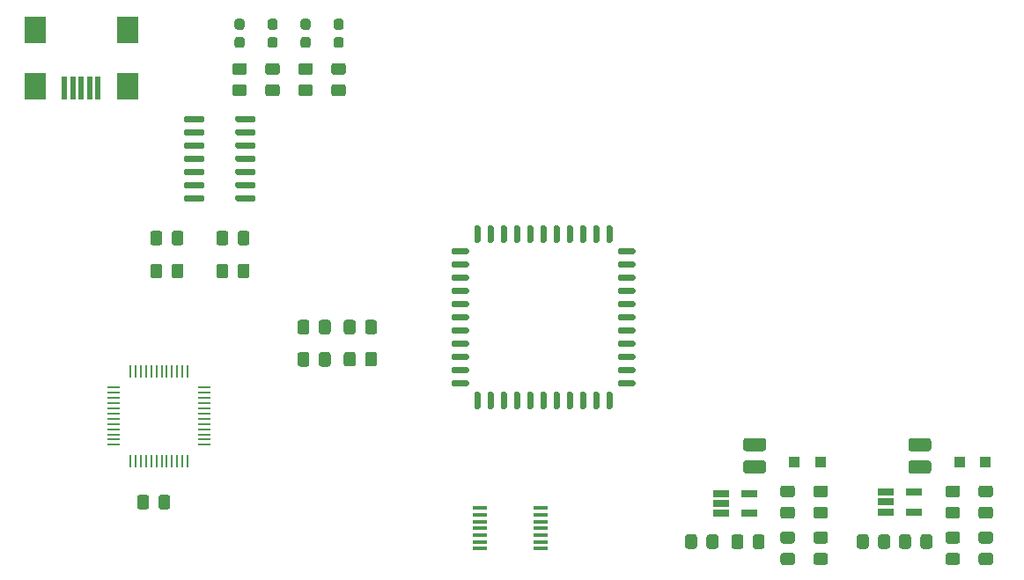
<source format=gbr>
%TF.GenerationSoftware,KiCad,Pcbnew,(5.1.7-0-10_14)*%
%TF.CreationDate,2021-01-27T15:42:45+08:00*%
%TF.ProjectId,BreadControl,42726561-6443-46f6-9e74-726f6c2e6b69,rev?*%
%TF.SameCoordinates,Original*%
%TF.FileFunction,Paste,Top*%
%TF.FilePolarity,Positive*%
%FSLAX46Y46*%
G04 Gerber Fmt 4.6, Leading zero omitted, Abs format (unit mm)*
G04 Created by KiCad (PCBNEW (5.1.7-0-10_14)) date 2021-01-27 15:42:45*
%MOMM*%
%LPD*%
G01*
G04 APERTURE LIST*
%ADD10R,2.000000X2.500000*%
%ADD11R,0.500000X2.250000*%
%ADD12R,1.450000X0.450000*%
%ADD13R,0.250000X1.300000*%
%ADD14R,1.300000X0.250000*%
%ADD15R,1.560000X0.650000*%
%ADD16R,1.000000X1.000000*%
G04 APERTURE END LIST*
D10*
%TO.C,J4*%
X43175000Y-35570000D03*
X52075000Y-35570000D03*
X52075000Y-30120000D03*
X43175000Y-30120000D03*
D11*
X46025000Y-35695000D03*
X46825000Y-35695000D03*
X47625000Y-35695000D03*
X48425000Y-35695000D03*
X49225000Y-35695000D03*
%TD*%
D12*
%TO.C,U4*%
X91850000Y-76155000D03*
X91850000Y-76805000D03*
X91850000Y-77455000D03*
X91850000Y-78105000D03*
X91850000Y-78755000D03*
X91850000Y-79405000D03*
X91850000Y-80055000D03*
X85950000Y-80055000D03*
X85950000Y-79405000D03*
X85950000Y-78755000D03*
X85950000Y-78105000D03*
X85950000Y-77455000D03*
X85950000Y-76805000D03*
X85950000Y-76155000D03*
%TD*%
D13*
%TO.C,U3*%
X52368000Y-62960000D03*
X52868000Y-62960000D03*
X53368000Y-62960000D03*
X53868000Y-62960000D03*
X54368000Y-62960000D03*
X54868000Y-62960000D03*
X55368000Y-62960000D03*
X55868000Y-62960000D03*
X56368000Y-62960000D03*
X56868000Y-62960000D03*
X57368000Y-62960000D03*
X57868000Y-62960000D03*
D14*
X59468000Y-64560000D03*
X59468000Y-65060000D03*
X59468000Y-65560000D03*
X59468000Y-66060000D03*
X59468000Y-66560000D03*
X59468000Y-67060000D03*
X59468000Y-67560000D03*
X59468000Y-68060000D03*
X59468000Y-68560000D03*
X59468000Y-69060000D03*
X59468000Y-69560000D03*
X59468000Y-70060000D03*
D13*
X57868000Y-71660000D03*
X57368000Y-71660000D03*
X56868000Y-71660000D03*
X56368000Y-71660000D03*
X55868000Y-71660000D03*
X55368000Y-71660000D03*
X54868000Y-71660000D03*
X54368000Y-71660000D03*
X53868000Y-71660000D03*
X53368000Y-71660000D03*
X52868000Y-71660000D03*
X52368000Y-71660000D03*
D14*
X50768000Y-70060000D03*
X50768000Y-69560000D03*
X50768000Y-69060000D03*
X50768000Y-68560000D03*
X50768000Y-68060000D03*
X50768000Y-67560000D03*
X50768000Y-67060000D03*
X50768000Y-66560000D03*
X50768000Y-66060000D03*
X50768000Y-65560000D03*
X50768000Y-65060000D03*
X50768000Y-64560000D03*
%TD*%
%TO.C,U2*%
G36*
G01*
X91105000Y-65085000D02*
X91105000Y-66485000D01*
G75*
G02*
X90955000Y-66635000I-150000J0D01*
G01*
X90655000Y-66635000D01*
G75*
G02*
X90505000Y-66485000I0J150000D01*
G01*
X90505000Y-65085000D01*
G75*
G02*
X90655000Y-64935000I150000J0D01*
G01*
X90955000Y-64935000D01*
G75*
G02*
X91105000Y-65085000I0J-150000D01*
G01*
G37*
G36*
G01*
X89835000Y-65085000D02*
X89835000Y-66485000D01*
G75*
G02*
X89685000Y-66635000I-150000J0D01*
G01*
X89385000Y-66635000D01*
G75*
G02*
X89235000Y-66485000I0J150000D01*
G01*
X89235000Y-65085000D01*
G75*
G02*
X89385000Y-64935000I150000J0D01*
G01*
X89685000Y-64935000D01*
G75*
G02*
X89835000Y-65085000I0J-150000D01*
G01*
G37*
G36*
G01*
X88565000Y-65085000D02*
X88565000Y-66485000D01*
G75*
G02*
X88415000Y-66635000I-150000J0D01*
G01*
X88115000Y-66635000D01*
G75*
G02*
X87965000Y-66485000I0J150000D01*
G01*
X87965000Y-65085000D01*
G75*
G02*
X88115000Y-64935000I150000J0D01*
G01*
X88415000Y-64935000D01*
G75*
G02*
X88565000Y-65085000I0J-150000D01*
G01*
G37*
G36*
G01*
X87295000Y-65085000D02*
X87295000Y-66485000D01*
G75*
G02*
X87145000Y-66635000I-150000J0D01*
G01*
X86845000Y-66635000D01*
G75*
G02*
X86695000Y-66485000I0J150000D01*
G01*
X86695000Y-65085000D01*
G75*
G02*
X86845000Y-64935000I150000J0D01*
G01*
X87145000Y-64935000D01*
G75*
G02*
X87295000Y-65085000I0J-150000D01*
G01*
G37*
G36*
G01*
X86025000Y-65085000D02*
X86025000Y-66485000D01*
G75*
G02*
X85875000Y-66635000I-150000J0D01*
G01*
X85575000Y-66635000D01*
G75*
G02*
X85425000Y-66485000I0J150000D01*
G01*
X85425000Y-65085000D01*
G75*
G02*
X85575000Y-64935000I150000J0D01*
G01*
X85875000Y-64935000D01*
G75*
G02*
X86025000Y-65085000I0J-150000D01*
G01*
G37*
G36*
G01*
X84925000Y-63985000D02*
X84925000Y-64285000D01*
G75*
G02*
X84775000Y-64435000I-150000J0D01*
G01*
X83375000Y-64435000D01*
G75*
G02*
X83225000Y-64285000I0J150000D01*
G01*
X83225000Y-63985000D01*
G75*
G02*
X83375000Y-63835000I150000J0D01*
G01*
X84775000Y-63835000D01*
G75*
G02*
X84925000Y-63985000I0J-150000D01*
G01*
G37*
G36*
G01*
X84925000Y-62715000D02*
X84925000Y-63015000D01*
G75*
G02*
X84775000Y-63165000I-150000J0D01*
G01*
X83375000Y-63165000D01*
G75*
G02*
X83225000Y-63015000I0J150000D01*
G01*
X83225000Y-62715000D01*
G75*
G02*
X83375000Y-62565000I150000J0D01*
G01*
X84775000Y-62565000D01*
G75*
G02*
X84925000Y-62715000I0J-150000D01*
G01*
G37*
G36*
G01*
X84925000Y-61445000D02*
X84925000Y-61745000D01*
G75*
G02*
X84775000Y-61895000I-150000J0D01*
G01*
X83375000Y-61895000D01*
G75*
G02*
X83225000Y-61745000I0J150000D01*
G01*
X83225000Y-61445000D01*
G75*
G02*
X83375000Y-61295000I150000J0D01*
G01*
X84775000Y-61295000D01*
G75*
G02*
X84925000Y-61445000I0J-150000D01*
G01*
G37*
G36*
G01*
X84925000Y-60175000D02*
X84925000Y-60475000D01*
G75*
G02*
X84775000Y-60625000I-150000J0D01*
G01*
X83375000Y-60625000D01*
G75*
G02*
X83225000Y-60475000I0J150000D01*
G01*
X83225000Y-60175000D01*
G75*
G02*
X83375000Y-60025000I150000J0D01*
G01*
X84775000Y-60025000D01*
G75*
G02*
X84925000Y-60175000I0J-150000D01*
G01*
G37*
G36*
G01*
X84925000Y-58905000D02*
X84925000Y-59205000D01*
G75*
G02*
X84775000Y-59355000I-150000J0D01*
G01*
X83375000Y-59355000D01*
G75*
G02*
X83225000Y-59205000I0J150000D01*
G01*
X83225000Y-58905000D01*
G75*
G02*
X83375000Y-58755000I150000J0D01*
G01*
X84775000Y-58755000D01*
G75*
G02*
X84925000Y-58905000I0J-150000D01*
G01*
G37*
G36*
G01*
X84925000Y-57635000D02*
X84925000Y-57935000D01*
G75*
G02*
X84775000Y-58085000I-150000J0D01*
G01*
X83375000Y-58085000D01*
G75*
G02*
X83225000Y-57935000I0J150000D01*
G01*
X83225000Y-57635000D01*
G75*
G02*
X83375000Y-57485000I150000J0D01*
G01*
X84775000Y-57485000D01*
G75*
G02*
X84925000Y-57635000I0J-150000D01*
G01*
G37*
G36*
G01*
X84925000Y-56365000D02*
X84925000Y-56665000D01*
G75*
G02*
X84775000Y-56815000I-150000J0D01*
G01*
X83375000Y-56815000D01*
G75*
G02*
X83225000Y-56665000I0J150000D01*
G01*
X83225000Y-56365000D01*
G75*
G02*
X83375000Y-56215000I150000J0D01*
G01*
X84775000Y-56215000D01*
G75*
G02*
X84925000Y-56365000I0J-150000D01*
G01*
G37*
G36*
G01*
X84925000Y-55095000D02*
X84925000Y-55395000D01*
G75*
G02*
X84775000Y-55545000I-150000J0D01*
G01*
X83375000Y-55545000D01*
G75*
G02*
X83225000Y-55395000I0J150000D01*
G01*
X83225000Y-55095000D01*
G75*
G02*
X83375000Y-54945000I150000J0D01*
G01*
X84775000Y-54945000D01*
G75*
G02*
X84925000Y-55095000I0J-150000D01*
G01*
G37*
G36*
G01*
X84925000Y-53825000D02*
X84925000Y-54125000D01*
G75*
G02*
X84775000Y-54275000I-150000J0D01*
G01*
X83375000Y-54275000D01*
G75*
G02*
X83225000Y-54125000I0J150000D01*
G01*
X83225000Y-53825000D01*
G75*
G02*
X83375000Y-53675000I150000J0D01*
G01*
X84775000Y-53675000D01*
G75*
G02*
X84925000Y-53825000I0J-150000D01*
G01*
G37*
G36*
G01*
X84925000Y-52555000D02*
X84925000Y-52855000D01*
G75*
G02*
X84775000Y-53005000I-150000J0D01*
G01*
X83375000Y-53005000D01*
G75*
G02*
X83225000Y-52855000I0J150000D01*
G01*
X83225000Y-52555000D01*
G75*
G02*
X83375000Y-52405000I150000J0D01*
G01*
X84775000Y-52405000D01*
G75*
G02*
X84925000Y-52555000I0J-150000D01*
G01*
G37*
G36*
G01*
X84925000Y-51285000D02*
X84925000Y-51585000D01*
G75*
G02*
X84775000Y-51735000I-150000J0D01*
G01*
X83375000Y-51735000D01*
G75*
G02*
X83225000Y-51585000I0J150000D01*
G01*
X83225000Y-51285000D01*
G75*
G02*
X83375000Y-51135000I150000J0D01*
G01*
X84775000Y-51135000D01*
G75*
G02*
X84925000Y-51285000I0J-150000D01*
G01*
G37*
G36*
G01*
X86025000Y-49085000D02*
X86025000Y-50485000D01*
G75*
G02*
X85875000Y-50635000I-150000J0D01*
G01*
X85575000Y-50635000D01*
G75*
G02*
X85425000Y-50485000I0J150000D01*
G01*
X85425000Y-49085000D01*
G75*
G02*
X85575000Y-48935000I150000J0D01*
G01*
X85875000Y-48935000D01*
G75*
G02*
X86025000Y-49085000I0J-150000D01*
G01*
G37*
G36*
G01*
X87295000Y-49085000D02*
X87295000Y-50485000D01*
G75*
G02*
X87145000Y-50635000I-150000J0D01*
G01*
X86845000Y-50635000D01*
G75*
G02*
X86695000Y-50485000I0J150000D01*
G01*
X86695000Y-49085000D01*
G75*
G02*
X86845000Y-48935000I150000J0D01*
G01*
X87145000Y-48935000D01*
G75*
G02*
X87295000Y-49085000I0J-150000D01*
G01*
G37*
G36*
G01*
X88565000Y-49085000D02*
X88565000Y-50485000D01*
G75*
G02*
X88415000Y-50635000I-150000J0D01*
G01*
X88115000Y-50635000D01*
G75*
G02*
X87965000Y-50485000I0J150000D01*
G01*
X87965000Y-49085000D01*
G75*
G02*
X88115000Y-48935000I150000J0D01*
G01*
X88415000Y-48935000D01*
G75*
G02*
X88565000Y-49085000I0J-150000D01*
G01*
G37*
G36*
G01*
X89835000Y-49085000D02*
X89835000Y-50485000D01*
G75*
G02*
X89685000Y-50635000I-150000J0D01*
G01*
X89385000Y-50635000D01*
G75*
G02*
X89235000Y-50485000I0J150000D01*
G01*
X89235000Y-49085000D01*
G75*
G02*
X89385000Y-48935000I150000J0D01*
G01*
X89685000Y-48935000D01*
G75*
G02*
X89835000Y-49085000I0J-150000D01*
G01*
G37*
G36*
G01*
X91105000Y-49085000D02*
X91105000Y-50485000D01*
G75*
G02*
X90955000Y-50635000I-150000J0D01*
G01*
X90655000Y-50635000D01*
G75*
G02*
X90505000Y-50485000I0J150000D01*
G01*
X90505000Y-49085000D01*
G75*
G02*
X90655000Y-48935000I150000J0D01*
G01*
X90955000Y-48935000D01*
G75*
G02*
X91105000Y-49085000I0J-150000D01*
G01*
G37*
G36*
G01*
X92375000Y-49085000D02*
X92375000Y-50485000D01*
G75*
G02*
X92225000Y-50635000I-150000J0D01*
G01*
X91925000Y-50635000D01*
G75*
G02*
X91775000Y-50485000I0J150000D01*
G01*
X91775000Y-49085000D01*
G75*
G02*
X91925000Y-48935000I150000J0D01*
G01*
X92225000Y-48935000D01*
G75*
G02*
X92375000Y-49085000I0J-150000D01*
G01*
G37*
G36*
G01*
X93645000Y-49085000D02*
X93645000Y-50485000D01*
G75*
G02*
X93495000Y-50635000I-150000J0D01*
G01*
X93195000Y-50635000D01*
G75*
G02*
X93045000Y-50485000I0J150000D01*
G01*
X93045000Y-49085000D01*
G75*
G02*
X93195000Y-48935000I150000J0D01*
G01*
X93495000Y-48935000D01*
G75*
G02*
X93645000Y-49085000I0J-150000D01*
G01*
G37*
G36*
G01*
X94915000Y-49085000D02*
X94915000Y-50485000D01*
G75*
G02*
X94765000Y-50635000I-150000J0D01*
G01*
X94465000Y-50635000D01*
G75*
G02*
X94315000Y-50485000I0J150000D01*
G01*
X94315000Y-49085000D01*
G75*
G02*
X94465000Y-48935000I150000J0D01*
G01*
X94765000Y-48935000D01*
G75*
G02*
X94915000Y-49085000I0J-150000D01*
G01*
G37*
G36*
G01*
X96185000Y-49085000D02*
X96185000Y-50485000D01*
G75*
G02*
X96035000Y-50635000I-150000J0D01*
G01*
X95735000Y-50635000D01*
G75*
G02*
X95585000Y-50485000I0J150000D01*
G01*
X95585000Y-49085000D01*
G75*
G02*
X95735000Y-48935000I150000J0D01*
G01*
X96035000Y-48935000D01*
G75*
G02*
X96185000Y-49085000I0J-150000D01*
G01*
G37*
G36*
G01*
X97455000Y-49085000D02*
X97455000Y-50485000D01*
G75*
G02*
X97305000Y-50635000I-150000J0D01*
G01*
X97005000Y-50635000D01*
G75*
G02*
X96855000Y-50485000I0J150000D01*
G01*
X96855000Y-49085000D01*
G75*
G02*
X97005000Y-48935000I150000J0D01*
G01*
X97305000Y-48935000D01*
G75*
G02*
X97455000Y-49085000I0J-150000D01*
G01*
G37*
G36*
G01*
X98725000Y-49085000D02*
X98725000Y-50485000D01*
G75*
G02*
X98575000Y-50635000I-150000J0D01*
G01*
X98275000Y-50635000D01*
G75*
G02*
X98125000Y-50485000I0J150000D01*
G01*
X98125000Y-49085000D01*
G75*
G02*
X98275000Y-48935000I150000J0D01*
G01*
X98575000Y-48935000D01*
G75*
G02*
X98725000Y-49085000I0J-150000D01*
G01*
G37*
G36*
G01*
X100925000Y-51285000D02*
X100925000Y-51585000D01*
G75*
G02*
X100775000Y-51735000I-150000J0D01*
G01*
X99375000Y-51735000D01*
G75*
G02*
X99225000Y-51585000I0J150000D01*
G01*
X99225000Y-51285000D01*
G75*
G02*
X99375000Y-51135000I150000J0D01*
G01*
X100775000Y-51135000D01*
G75*
G02*
X100925000Y-51285000I0J-150000D01*
G01*
G37*
G36*
G01*
X100925000Y-52555000D02*
X100925000Y-52855000D01*
G75*
G02*
X100775000Y-53005000I-150000J0D01*
G01*
X99375000Y-53005000D01*
G75*
G02*
X99225000Y-52855000I0J150000D01*
G01*
X99225000Y-52555000D01*
G75*
G02*
X99375000Y-52405000I150000J0D01*
G01*
X100775000Y-52405000D01*
G75*
G02*
X100925000Y-52555000I0J-150000D01*
G01*
G37*
G36*
G01*
X100925000Y-53825000D02*
X100925000Y-54125000D01*
G75*
G02*
X100775000Y-54275000I-150000J0D01*
G01*
X99375000Y-54275000D01*
G75*
G02*
X99225000Y-54125000I0J150000D01*
G01*
X99225000Y-53825000D01*
G75*
G02*
X99375000Y-53675000I150000J0D01*
G01*
X100775000Y-53675000D01*
G75*
G02*
X100925000Y-53825000I0J-150000D01*
G01*
G37*
G36*
G01*
X100925000Y-55095000D02*
X100925000Y-55395000D01*
G75*
G02*
X100775000Y-55545000I-150000J0D01*
G01*
X99375000Y-55545000D01*
G75*
G02*
X99225000Y-55395000I0J150000D01*
G01*
X99225000Y-55095000D01*
G75*
G02*
X99375000Y-54945000I150000J0D01*
G01*
X100775000Y-54945000D01*
G75*
G02*
X100925000Y-55095000I0J-150000D01*
G01*
G37*
G36*
G01*
X100925000Y-56365000D02*
X100925000Y-56665000D01*
G75*
G02*
X100775000Y-56815000I-150000J0D01*
G01*
X99375000Y-56815000D01*
G75*
G02*
X99225000Y-56665000I0J150000D01*
G01*
X99225000Y-56365000D01*
G75*
G02*
X99375000Y-56215000I150000J0D01*
G01*
X100775000Y-56215000D01*
G75*
G02*
X100925000Y-56365000I0J-150000D01*
G01*
G37*
G36*
G01*
X100925000Y-57635000D02*
X100925000Y-57935000D01*
G75*
G02*
X100775000Y-58085000I-150000J0D01*
G01*
X99375000Y-58085000D01*
G75*
G02*
X99225000Y-57935000I0J150000D01*
G01*
X99225000Y-57635000D01*
G75*
G02*
X99375000Y-57485000I150000J0D01*
G01*
X100775000Y-57485000D01*
G75*
G02*
X100925000Y-57635000I0J-150000D01*
G01*
G37*
G36*
G01*
X100925000Y-58905000D02*
X100925000Y-59205000D01*
G75*
G02*
X100775000Y-59355000I-150000J0D01*
G01*
X99375000Y-59355000D01*
G75*
G02*
X99225000Y-59205000I0J150000D01*
G01*
X99225000Y-58905000D01*
G75*
G02*
X99375000Y-58755000I150000J0D01*
G01*
X100775000Y-58755000D01*
G75*
G02*
X100925000Y-58905000I0J-150000D01*
G01*
G37*
G36*
G01*
X100925000Y-60175000D02*
X100925000Y-60475000D01*
G75*
G02*
X100775000Y-60625000I-150000J0D01*
G01*
X99375000Y-60625000D01*
G75*
G02*
X99225000Y-60475000I0J150000D01*
G01*
X99225000Y-60175000D01*
G75*
G02*
X99375000Y-60025000I150000J0D01*
G01*
X100775000Y-60025000D01*
G75*
G02*
X100925000Y-60175000I0J-150000D01*
G01*
G37*
G36*
G01*
X100925000Y-61445000D02*
X100925000Y-61745000D01*
G75*
G02*
X100775000Y-61895000I-150000J0D01*
G01*
X99375000Y-61895000D01*
G75*
G02*
X99225000Y-61745000I0J150000D01*
G01*
X99225000Y-61445000D01*
G75*
G02*
X99375000Y-61295000I150000J0D01*
G01*
X100775000Y-61295000D01*
G75*
G02*
X100925000Y-61445000I0J-150000D01*
G01*
G37*
G36*
G01*
X100925000Y-62715000D02*
X100925000Y-63015000D01*
G75*
G02*
X100775000Y-63165000I-150000J0D01*
G01*
X99375000Y-63165000D01*
G75*
G02*
X99225000Y-63015000I0J150000D01*
G01*
X99225000Y-62715000D01*
G75*
G02*
X99375000Y-62565000I150000J0D01*
G01*
X100775000Y-62565000D01*
G75*
G02*
X100925000Y-62715000I0J-150000D01*
G01*
G37*
G36*
G01*
X100925000Y-63985000D02*
X100925000Y-64285000D01*
G75*
G02*
X100775000Y-64435000I-150000J0D01*
G01*
X99375000Y-64435000D01*
G75*
G02*
X99225000Y-64285000I0J150000D01*
G01*
X99225000Y-63985000D01*
G75*
G02*
X99375000Y-63835000I150000J0D01*
G01*
X100775000Y-63835000D01*
G75*
G02*
X100925000Y-63985000I0J-150000D01*
G01*
G37*
G36*
G01*
X98725000Y-65085000D02*
X98725000Y-66485000D01*
G75*
G02*
X98575000Y-66635000I-150000J0D01*
G01*
X98275000Y-66635000D01*
G75*
G02*
X98125000Y-66485000I0J150000D01*
G01*
X98125000Y-65085000D01*
G75*
G02*
X98275000Y-64935000I150000J0D01*
G01*
X98575000Y-64935000D01*
G75*
G02*
X98725000Y-65085000I0J-150000D01*
G01*
G37*
G36*
G01*
X97455000Y-65085000D02*
X97455000Y-66485000D01*
G75*
G02*
X97305000Y-66635000I-150000J0D01*
G01*
X97005000Y-66635000D01*
G75*
G02*
X96855000Y-66485000I0J150000D01*
G01*
X96855000Y-65085000D01*
G75*
G02*
X97005000Y-64935000I150000J0D01*
G01*
X97305000Y-64935000D01*
G75*
G02*
X97455000Y-65085000I0J-150000D01*
G01*
G37*
G36*
G01*
X96185000Y-65085000D02*
X96185000Y-66485000D01*
G75*
G02*
X96035000Y-66635000I-150000J0D01*
G01*
X95735000Y-66635000D01*
G75*
G02*
X95585000Y-66485000I0J150000D01*
G01*
X95585000Y-65085000D01*
G75*
G02*
X95735000Y-64935000I150000J0D01*
G01*
X96035000Y-64935000D01*
G75*
G02*
X96185000Y-65085000I0J-150000D01*
G01*
G37*
G36*
G01*
X94915000Y-65085000D02*
X94915000Y-66485000D01*
G75*
G02*
X94765000Y-66635000I-150000J0D01*
G01*
X94465000Y-66635000D01*
G75*
G02*
X94315000Y-66485000I0J150000D01*
G01*
X94315000Y-65085000D01*
G75*
G02*
X94465000Y-64935000I150000J0D01*
G01*
X94765000Y-64935000D01*
G75*
G02*
X94915000Y-65085000I0J-150000D01*
G01*
G37*
G36*
G01*
X93645000Y-65085000D02*
X93645000Y-66485000D01*
G75*
G02*
X93495000Y-66635000I-150000J0D01*
G01*
X93195000Y-66635000D01*
G75*
G02*
X93045000Y-66485000I0J150000D01*
G01*
X93045000Y-65085000D01*
G75*
G02*
X93195000Y-64935000I150000J0D01*
G01*
X93495000Y-64935000D01*
G75*
G02*
X93645000Y-65085000I0J-150000D01*
G01*
G37*
G36*
G01*
X92375000Y-65085000D02*
X92375000Y-66485000D01*
G75*
G02*
X92225000Y-66635000I-150000J0D01*
G01*
X91925000Y-66635000D01*
G75*
G02*
X91775000Y-66485000I0J150000D01*
G01*
X91775000Y-65085000D01*
G75*
G02*
X91925000Y-64935000I150000J0D01*
G01*
X92225000Y-64935000D01*
G75*
G02*
X92375000Y-65085000I0J-150000D01*
G01*
G37*
%TD*%
%TO.C,U1*%
G36*
G01*
X59460000Y-46205000D02*
X59460000Y-46505000D01*
G75*
G02*
X59310000Y-46655000I-150000J0D01*
G01*
X57660000Y-46655000D01*
G75*
G02*
X57510000Y-46505000I0J150000D01*
G01*
X57510000Y-46205000D01*
G75*
G02*
X57660000Y-46055000I150000J0D01*
G01*
X59310000Y-46055000D01*
G75*
G02*
X59460000Y-46205000I0J-150000D01*
G01*
G37*
G36*
G01*
X59460000Y-44935000D02*
X59460000Y-45235000D01*
G75*
G02*
X59310000Y-45385000I-150000J0D01*
G01*
X57660000Y-45385000D01*
G75*
G02*
X57510000Y-45235000I0J150000D01*
G01*
X57510000Y-44935000D01*
G75*
G02*
X57660000Y-44785000I150000J0D01*
G01*
X59310000Y-44785000D01*
G75*
G02*
X59460000Y-44935000I0J-150000D01*
G01*
G37*
G36*
G01*
X59460000Y-43665000D02*
X59460000Y-43965000D01*
G75*
G02*
X59310000Y-44115000I-150000J0D01*
G01*
X57660000Y-44115000D01*
G75*
G02*
X57510000Y-43965000I0J150000D01*
G01*
X57510000Y-43665000D01*
G75*
G02*
X57660000Y-43515000I150000J0D01*
G01*
X59310000Y-43515000D01*
G75*
G02*
X59460000Y-43665000I0J-150000D01*
G01*
G37*
G36*
G01*
X59460000Y-42395000D02*
X59460000Y-42695000D01*
G75*
G02*
X59310000Y-42845000I-150000J0D01*
G01*
X57660000Y-42845000D01*
G75*
G02*
X57510000Y-42695000I0J150000D01*
G01*
X57510000Y-42395000D01*
G75*
G02*
X57660000Y-42245000I150000J0D01*
G01*
X59310000Y-42245000D01*
G75*
G02*
X59460000Y-42395000I0J-150000D01*
G01*
G37*
G36*
G01*
X59460000Y-41125000D02*
X59460000Y-41425000D01*
G75*
G02*
X59310000Y-41575000I-150000J0D01*
G01*
X57660000Y-41575000D01*
G75*
G02*
X57510000Y-41425000I0J150000D01*
G01*
X57510000Y-41125000D01*
G75*
G02*
X57660000Y-40975000I150000J0D01*
G01*
X59310000Y-40975000D01*
G75*
G02*
X59460000Y-41125000I0J-150000D01*
G01*
G37*
G36*
G01*
X59460000Y-39855000D02*
X59460000Y-40155000D01*
G75*
G02*
X59310000Y-40305000I-150000J0D01*
G01*
X57660000Y-40305000D01*
G75*
G02*
X57510000Y-40155000I0J150000D01*
G01*
X57510000Y-39855000D01*
G75*
G02*
X57660000Y-39705000I150000J0D01*
G01*
X59310000Y-39705000D01*
G75*
G02*
X59460000Y-39855000I0J-150000D01*
G01*
G37*
G36*
G01*
X59460000Y-38585000D02*
X59460000Y-38885000D01*
G75*
G02*
X59310000Y-39035000I-150000J0D01*
G01*
X57660000Y-39035000D01*
G75*
G02*
X57510000Y-38885000I0J150000D01*
G01*
X57510000Y-38585000D01*
G75*
G02*
X57660000Y-38435000I150000J0D01*
G01*
X59310000Y-38435000D01*
G75*
G02*
X59460000Y-38585000I0J-150000D01*
G01*
G37*
G36*
G01*
X64410000Y-38585000D02*
X64410000Y-38885000D01*
G75*
G02*
X64260000Y-39035000I-150000J0D01*
G01*
X62610000Y-39035000D01*
G75*
G02*
X62460000Y-38885000I0J150000D01*
G01*
X62460000Y-38585000D01*
G75*
G02*
X62610000Y-38435000I150000J0D01*
G01*
X64260000Y-38435000D01*
G75*
G02*
X64410000Y-38585000I0J-150000D01*
G01*
G37*
G36*
G01*
X64410000Y-39855000D02*
X64410000Y-40155000D01*
G75*
G02*
X64260000Y-40305000I-150000J0D01*
G01*
X62610000Y-40305000D01*
G75*
G02*
X62460000Y-40155000I0J150000D01*
G01*
X62460000Y-39855000D01*
G75*
G02*
X62610000Y-39705000I150000J0D01*
G01*
X64260000Y-39705000D01*
G75*
G02*
X64410000Y-39855000I0J-150000D01*
G01*
G37*
G36*
G01*
X64410000Y-41125000D02*
X64410000Y-41425000D01*
G75*
G02*
X64260000Y-41575000I-150000J0D01*
G01*
X62610000Y-41575000D01*
G75*
G02*
X62460000Y-41425000I0J150000D01*
G01*
X62460000Y-41125000D01*
G75*
G02*
X62610000Y-40975000I150000J0D01*
G01*
X64260000Y-40975000D01*
G75*
G02*
X64410000Y-41125000I0J-150000D01*
G01*
G37*
G36*
G01*
X64410000Y-42395000D02*
X64410000Y-42695000D01*
G75*
G02*
X64260000Y-42845000I-150000J0D01*
G01*
X62610000Y-42845000D01*
G75*
G02*
X62460000Y-42695000I0J150000D01*
G01*
X62460000Y-42395000D01*
G75*
G02*
X62610000Y-42245000I150000J0D01*
G01*
X64260000Y-42245000D01*
G75*
G02*
X64410000Y-42395000I0J-150000D01*
G01*
G37*
G36*
G01*
X64410000Y-43665000D02*
X64410000Y-43965000D01*
G75*
G02*
X64260000Y-44115000I-150000J0D01*
G01*
X62610000Y-44115000D01*
G75*
G02*
X62460000Y-43965000I0J150000D01*
G01*
X62460000Y-43665000D01*
G75*
G02*
X62610000Y-43515000I150000J0D01*
G01*
X64260000Y-43515000D01*
G75*
G02*
X64410000Y-43665000I0J-150000D01*
G01*
G37*
G36*
G01*
X64410000Y-44935000D02*
X64410000Y-45235000D01*
G75*
G02*
X64260000Y-45385000I-150000J0D01*
G01*
X62610000Y-45385000D01*
G75*
G02*
X62460000Y-45235000I0J150000D01*
G01*
X62460000Y-44935000D01*
G75*
G02*
X62610000Y-44785000I150000J0D01*
G01*
X64260000Y-44785000D01*
G75*
G02*
X64410000Y-44935000I0J-150000D01*
G01*
G37*
G36*
G01*
X64410000Y-46205000D02*
X64410000Y-46505000D01*
G75*
G02*
X64260000Y-46655000I-150000J0D01*
G01*
X62610000Y-46655000D01*
G75*
G02*
X62460000Y-46505000I0J150000D01*
G01*
X62460000Y-46205000D01*
G75*
G02*
X62610000Y-46055000I150000J0D01*
G01*
X64260000Y-46055000D01*
G75*
G02*
X64410000Y-46205000I0J-150000D01*
G01*
G37*
%TD*%
%TO.C,R23*%
G36*
G01*
X128330000Y-79825001D02*
X128330000Y-78924999D01*
G75*
G02*
X128579999Y-78675000I249999J0D01*
G01*
X129230001Y-78675000D01*
G75*
G02*
X129480000Y-78924999I0J-249999D01*
G01*
X129480000Y-79825001D01*
G75*
G02*
X129230001Y-80075000I-249999J0D01*
G01*
X128579999Y-80075000D01*
G75*
G02*
X128330000Y-79825001I0J249999D01*
G01*
G37*
G36*
G01*
X126280000Y-79825001D02*
X126280000Y-78924999D01*
G75*
G02*
X126529999Y-78675000I249999J0D01*
G01*
X127180001Y-78675000D01*
G75*
G02*
X127430000Y-78924999I0J-249999D01*
G01*
X127430000Y-79825001D01*
G75*
G02*
X127180001Y-80075000I-249999J0D01*
G01*
X126529999Y-80075000D01*
G75*
G02*
X126280000Y-79825001I0J249999D01*
G01*
G37*
%TD*%
%TO.C,R22*%
G36*
G01*
X135070001Y-79560000D02*
X134169999Y-79560000D01*
G75*
G02*
X133920000Y-79310001I0J249999D01*
G01*
X133920000Y-78659999D01*
G75*
G02*
X134169999Y-78410000I249999J0D01*
G01*
X135070001Y-78410000D01*
G75*
G02*
X135320000Y-78659999I0J-249999D01*
G01*
X135320000Y-79310001D01*
G75*
G02*
X135070001Y-79560000I-249999J0D01*
G01*
G37*
G36*
G01*
X135070001Y-81610000D02*
X134169999Y-81610000D01*
G75*
G02*
X133920000Y-81360001I0J249999D01*
G01*
X133920000Y-80709999D01*
G75*
G02*
X134169999Y-80460000I249999J0D01*
G01*
X135070001Y-80460000D01*
G75*
G02*
X135320000Y-80709999I0J-249999D01*
G01*
X135320000Y-81360001D01*
G75*
G02*
X135070001Y-81610000I-249999J0D01*
G01*
G37*
%TD*%
%TO.C,R21*%
G36*
G01*
X124275000Y-79825001D02*
X124275000Y-78924999D01*
G75*
G02*
X124524999Y-78675000I249999J0D01*
G01*
X125175001Y-78675000D01*
G75*
G02*
X125425000Y-78924999I0J-249999D01*
G01*
X125425000Y-79825001D01*
G75*
G02*
X125175001Y-80075000I-249999J0D01*
G01*
X124524999Y-80075000D01*
G75*
G02*
X124275000Y-79825001I0J249999D01*
G01*
G37*
G36*
G01*
X122225000Y-79825001D02*
X122225000Y-78924999D01*
G75*
G02*
X122474999Y-78675000I249999J0D01*
G01*
X123125001Y-78675000D01*
G75*
G02*
X123375000Y-78924999I0J-249999D01*
G01*
X123375000Y-79825001D01*
G75*
G02*
X123125001Y-80075000I-249999J0D01*
G01*
X122474999Y-80075000D01*
G75*
G02*
X122225000Y-79825001I0J249999D01*
G01*
G37*
%TD*%
%TO.C,R20*%
G36*
G01*
X130994999Y-80460000D02*
X131895001Y-80460000D01*
G75*
G02*
X132145000Y-80709999I0J-249999D01*
G01*
X132145000Y-81360001D01*
G75*
G02*
X131895001Y-81610000I-249999J0D01*
G01*
X130994999Y-81610000D01*
G75*
G02*
X130745000Y-81360001I0J249999D01*
G01*
X130745000Y-80709999D01*
G75*
G02*
X130994999Y-80460000I249999J0D01*
G01*
G37*
G36*
G01*
X130994999Y-78410000D02*
X131895001Y-78410000D01*
G75*
G02*
X132145000Y-78659999I0J-249999D01*
G01*
X132145000Y-79310001D01*
G75*
G02*
X131895001Y-79560000I-249999J0D01*
G01*
X130994999Y-79560000D01*
G75*
G02*
X130745000Y-79310001I0J249999D01*
G01*
X130745000Y-78659999D01*
G75*
G02*
X130994999Y-78410000I249999J0D01*
G01*
G37*
%TD*%
%TO.C,R19*%
G36*
G01*
X69579799Y-58290438D02*
X69579799Y-59190440D01*
G75*
G02*
X69329800Y-59440439I-249999J0D01*
G01*
X68679798Y-59440439D01*
G75*
G02*
X68429799Y-59190440I0J249999D01*
G01*
X68429799Y-58290438D01*
G75*
G02*
X68679798Y-58040439I249999J0D01*
G01*
X69329800Y-58040439D01*
G75*
G02*
X69579799Y-58290438I0J-249999D01*
G01*
G37*
G36*
G01*
X71629799Y-58290438D02*
X71629799Y-59190440D01*
G75*
G02*
X71379800Y-59440439I-249999J0D01*
G01*
X70729798Y-59440439D01*
G75*
G02*
X70479799Y-59190440I0J249999D01*
G01*
X70479799Y-58290438D01*
G75*
G02*
X70729798Y-58040439I249999J0D01*
G01*
X71379800Y-58040439D01*
G75*
G02*
X71629799Y-58290438I0J-249999D01*
G01*
G37*
%TD*%
%TO.C,R18*%
G36*
G01*
X69577800Y-61386299D02*
X69577800Y-62286301D01*
G75*
G02*
X69327801Y-62536300I-249999J0D01*
G01*
X68677799Y-62536300D01*
G75*
G02*
X68427800Y-62286301I0J249999D01*
G01*
X68427800Y-61386299D01*
G75*
G02*
X68677799Y-61136300I249999J0D01*
G01*
X69327801Y-61136300D01*
G75*
G02*
X69577800Y-61386299I0J-249999D01*
G01*
G37*
G36*
G01*
X71627800Y-61386299D02*
X71627800Y-62286301D01*
G75*
G02*
X71377801Y-62536300I-249999J0D01*
G01*
X70727799Y-62536300D01*
G75*
G02*
X70477800Y-62286301I0J249999D01*
G01*
X70477800Y-61386299D01*
G75*
G02*
X70727799Y-61136300I249999J0D01*
G01*
X71377801Y-61136300D01*
G75*
G02*
X71627800Y-61386299I0J-249999D01*
G01*
G37*
%TD*%
%TO.C,R17*%
G36*
G01*
X74035500Y-58287499D02*
X74035500Y-59187501D01*
G75*
G02*
X73785501Y-59437500I-249999J0D01*
G01*
X73135499Y-59437500D01*
G75*
G02*
X72885500Y-59187501I0J249999D01*
G01*
X72885500Y-58287499D01*
G75*
G02*
X73135499Y-58037500I249999J0D01*
G01*
X73785501Y-58037500D01*
G75*
G02*
X74035500Y-58287499I0J-249999D01*
G01*
G37*
G36*
G01*
X76085500Y-58287499D02*
X76085500Y-59187501D01*
G75*
G02*
X75835501Y-59437500I-249999J0D01*
G01*
X75185499Y-59437500D01*
G75*
G02*
X74935500Y-59187501I0J249999D01*
G01*
X74935500Y-58287499D01*
G75*
G02*
X75185499Y-58037500I249999J0D01*
G01*
X75835501Y-58037500D01*
G75*
G02*
X76085500Y-58287499I0J-249999D01*
G01*
G37*
%TD*%
%TO.C,R16*%
G36*
G01*
X74035500Y-61373599D02*
X74035500Y-62273601D01*
G75*
G02*
X73785501Y-62523600I-249999J0D01*
G01*
X73135499Y-62523600D01*
G75*
G02*
X72885500Y-62273601I0J249999D01*
G01*
X72885500Y-61373599D01*
G75*
G02*
X73135499Y-61123600I249999J0D01*
G01*
X73785501Y-61123600D01*
G75*
G02*
X74035500Y-61373599I0J-249999D01*
G01*
G37*
G36*
G01*
X76085500Y-61373599D02*
X76085500Y-62273601D01*
G75*
G02*
X75835501Y-62523600I-249999J0D01*
G01*
X75185499Y-62523600D01*
G75*
G02*
X74935500Y-62273601I0J249999D01*
G01*
X74935500Y-61373599D01*
G75*
G02*
X75185499Y-61123600I249999J0D01*
G01*
X75835501Y-61123600D01*
G75*
G02*
X76085500Y-61373599I0J-249999D01*
G01*
G37*
%TD*%
%TO.C,R15*%
G36*
G01*
X112210000Y-79825001D02*
X112210000Y-78924999D01*
G75*
G02*
X112459999Y-78675000I249999J0D01*
G01*
X113110001Y-78675000D01*
G75*
G02*
X113360000Y-78924999I0J-249999D01*
G01*
X113360000Y-79825001D01*
G75*
G02*
X113110001Y-80075000I-249999J0D01*
G01*
X112459999Y-80075000D01*
G75*
G02*
X112210000Y-79825001I0J249999D01*
G01*
G37*
G36*
G01*
X110160000Y-79825001D02*
X110160000Y-78924999D01*
G75*
G02*
X110409999Y-78675000I249999J0D01*
G01*
X111060001Y-78675000D01*
G75*
G02*
X111310000Y-78924999I0J-249999D01*
G01*
X111310000Y-79825001D01*
G75*
G02*
X111060001Y-80075000I-249999J0D01*
G01*
X110409999Y-80075000D01*
G75*
G02*
X110160000Y-79825001I0J249999D01*
G01*
G37*
%TD*%
%TO.C,R14*%
G36*
G01*
X119195001Y-79560000D02*
X118294999Y-79560000D01*
G75*
G02*
X118045000Y-79310001I0J249999D01*
G01*
X118045000Y-78659999D01*
G75*
G02*
X118294999Y-78410000I249999J0D01*
G01*
X119195001Y-78410000D01*
G75*
G02*
X119445000Y-78659999I0J-249999D01*
G01*
X119445000Y-79310001D01*
G75*
G02*
X119195001Y-79560000I-249999J0D01*
G01*
G37*
G36*
G01*
X119195001Y-81610000D02*
X118294999Y-81610000D01*
G75*
G02*
X118045000Y-81360001I0J249999D01*
G01*
X118045000Y-80709999D01*
G75*
G02*
X118294999Y-80460000I249999J0D01*
G01*
X119195001Y-80460000D01*
G75*
G02*
X119445000Y-80709999I0J-249999D01*
G01*
X119445000Y-81360001D01*
G75*
G02*
X119195001Y-81610000I-249999J0D01*
G01*
G37*
%TD*%
%TO.C,R13*%
G36*
G01*
X107765000Y-79825001D02*
X107765000Y-78924999D01*
G75*
G02*
X108014999Y-78675000I249999J0D01*
G01*
X108665001Y-78675000D01*
G75*
G02*
X108915000Y-78924999I0J-249999D01*
G01*
X108915000Y-79825001D01*
G75*
G02*
X108665001Y-80075000I-249999J0D01*
G01*
X108014999Y-80075000D01*
G75*
G02*
X107765000Y-79825001I0J249999D01*
G01*
G37*
G36*
G01*
X105715000Y-79825001D02*
X105715000Y-78924999D01*
G75*
G02*
X105964999Y-78675000I249999J0D01*
G01*
X106615001Y-78675000D01*
G75*
G02*
X106865000Y-78924999I0J-249999D01*
G01*
X106865000Y-79825001D01*
G75*
G02*
X106615001Y-80075000I-249999J0D01*
G01*
X105964999Y-80075000D01*
G75*
G02*
X105715000Y-79825001I0J249999D01*
G01*
G37*
%TD*%
%TO.C,R12*%
G36*
G01*
X115119999Y-80460000D02*
X116020001Y-80460000D01*
G75*
G02*
X116270000Y-80709999I0J-249999D01*
G01*
X116270000Y-81360001D01*
G75*
G02*
X116020001Y-81610000I-249999J0D01*
G01*
X115119999Y-81610000D01*
G75*
G02*
X114870000Y-81360001I0J249999D01*
G01*
X114870000Y-80709999D01*
G75*
G02*
X115119999Y-80460000I249999J0D01*
G01*
G37*
G36*
G01*
X115119999Y-78410000D02*
X116020001Y-78410000D01*
G75*
G02*
X116270000Y-78659999I0J-249999D01*
G01*
X116270000Y-79310001D01*
G75*
G02*
X116020001Y-79560000I-249999J0D01*
G01*
X115119999Y-79560000D01*
G75*
G02*
X114870000Y-79310001I0J249999D01*
G01*
X114870000Y-78659999D01*
G75*
G02*
X115119999Y-78410000I249999J0D01*
G01*
G37*
%TD*%
%TO.C,R11*%
G36*
G01*
X72840001Y-34475000D02*
X71939999Y-34475000D01*
G75*
G02*
X71690000Y-34225001I0J249999D01*
G01*
X71690000Y-33574999D01*
G75*
G02*
X71939999Y-33325000I249999J0D01*
G01*
X72840001Y-33325000D01*
G75*
G02*
X73090000Y-33574999I0J-249999D01*
G01*
X73090000Y-34225001D01*
G75*
G02*
X72840001Y-34475000I-249999J0D01*
G01*
G37*
G36*
G01*
X72840001Y-36525000D02*
X71939999Y-36525000D01*
G75*
G02*
X71690000Y-36275001I0J249999D01*
G01*
X71690000Y-35624999D01*
G75*
G02*
X71939999Y-35375000I249999J0D01*
G01*
X72840001Y-35375000D01*
G75*
G02*
X73090000Y-35624999I0J-249999D01*
G01*
X73090000Y-36275001D01*
G75*
G02*
X72840001Y-36525000I-249999J0D01*
G01*
G37*
%TD*%
%TO.C,C7*%
G36*
G01*
X55060000Y-76015001D02*
X55060000Y-75114999D01*
G75*
G02*
X55309999Y-74865000I249999J0D01*
G01*
X55960001Y-74865000D01*
G75*
G02*
X56210000Y-75114999I0J-249999D01*
G01*
X56210000Y-76015001D01*
G75*
G02*
X55960001Y-76265000I-249999J0D01*
G01*
X55309999Y-76265000D01*
G75*
G02*
X55060000Y-76015001I0J249999D01*
G01*
G37*
G36*
G01*
X53010000Y-76015001D02*
X53010000Y-75114999D01*
G75*
G02*
X53259999Y-74865000I249999J0D01*
G01*
X53910001Y-74865000D01*
G75*
G02*
X54160000Y-75114999I0J-249999D01*
G01*
X54160000Y-76015001D01*
G75*
G02*
X53910001Y-76265000I-249999J0D01*
G01*
X53259999Y-76265000D01*
G75*
G02*
X53010000Y-76015001I0J249999D01*
G01*
G37*
%TD*%
%TO.C,C6*%
G36*
G01*
X55430000Y-49714999D02*
X55430000Y-50615001D01*
G75*
G02*
X55180001Y-50865000I-249999J0D01*
G01*
X54529999Y-50865000D01*
G75*
G02*
X54280000Y-50615001I0J249999D01*
G01*
X54280000Y-49714999D01*
G75*
G02*
X54529999Y-49465000I249999J0D01*
G01*
X55180001Y-49465000D01*
G75*
G02*
X55430000Y-49714999I0J-249999D01*
G01*
G37*
G36*
G01*
X57480000Y-49714999D02*
X57480000Y-50615001D01*
G75*
G02*
X57230001Y-50865000I-249999J0D01*
G01*
X56579999Y-50865000D01*
G75*
G02*
X56330000Y-50615001I0J249999D01*
G01*
X56330000Y-49714999D01*
G75*
G02*
X56579999Y-49465000I249999J0D01*
G01*
X57230001Y-49465000D01*
G75*
G02*
X57480000Y-49714999I0J-249999D01*
G01*
G37*
%TD*%
%TO.C,R5*%
G36*
G01*
X69665001Y-34475000D02*
X68764999Y-34475000D01*
G75*
G02*
X68515000Y-34225001I0J249999D01*
G01*
X68515000Y-33574999D01*
G75*
G02*
X68764999Y-33325000I249999J0D01*
G01*
X69665001Y-33325000D01*
G75*
G02*
X69915000Y-33574999I0J-249999D01*
G01*
X69915000Y-34225001D01*
G75*
G02*
X69665001Y-34475000I-249999J0D01*
G01*
G37*
G36*
G01*
X69665001Y-36525000D02*
X68764999Y-36525000D01*
G75*
G02*
X68515000Y-36275001I0J249999D01*
G01*
X68515000Y-35624999D01*
G75*
G02*
X68764999Y-35375000I249999J0D01*
G01*
X69665001Y-35375000D01*
G75*
G02*
X69915000Y-35624999I0J-249999D01*
G01*
X69915000Y-36275001D01*
G75*
G02*
X69665001Y-36525000I-249999J0D01*
G01*
G37*
%TD*%
%TO.C,R4*%
G36*
G01*
X61780000Y-49714999D02*
X61780000Y-50615001D01*
G75*
G02*
X61530001Y-50865000I-249999J0D01*
G01*
X60879999Y-50865000D01*
G75*
G02*
X60630000Y-50615001I0J249999D01*
G01*
X60630000Y-49714999D01*
G75*
G02*
X60879999Y-49465000I249999J0D01*
G01*
X61530001Y-49465000D01*
G75*
G02*
X61780000Y-49714999I0J-249999D01*
G01*
G37*
G36*
G01*
X63830000Y-49714999D02*
X63830000Y-50615001D01*
G75*
G02*
X63580001Y-50865000I-249999J0D01*
G01*
X62929999Y-50865000D01*
G75*
G02*
X62680000Y-50615001I0J249999D01*
G01*
X62680000Y-49714999D01*
G75*
G02*
X62929999Y-49465000I249999J0D01*
G01*
X63580001Y-49465000D01*
G75*
G02*
X63830000Y-49714999I0J-249999D01*
G01*
G37*
%TD*%
%TO.C,R3*%
G36*
G01*
X61780000Y-52889999D02*
X61780000Y-53790001D01*
G75*
G02*
X61530001Y-54040000I-249999J0D01*
G01*
X60879999Y-54040000D01*
G75*
G02*
X60630000Y-53790001I0J249999D01*
G01*
X60630000Y-52889999D01*
G75*
G02*
X60879999Y-52640000I249999J0D01*
G01*
X61530001Y-52640000D01*
G75*
G02*
X61780000Y-52889999I0J-249999D01*
G01*
G37*
G36*
G01*
X63830000Y-52889999D02*
X63830000Y-53790001D01*
G75*
G02*
X63580001Y-54040000I-249999J0D01*
G01*
X62929999Y-54040000D01*
G75*
G02*
X62680000Y-53790001I0J249999D01*
G01*
X62680000Y-52889999D01*
G75*
G02*
X62929999Y-52640000I249999J0D01*
G01*
X63580001Y-52640000D01*
G75*
G02*
X63830000Y-52889999I0J-249999D01*
G01*
G37*
%TD*%
%TO.C,R2*%
G36*
G01*
X66490001Y-34475000D02*
X65589999Y-34475000D01*
G75*
G02*
X65340000Y-34225001I0J249999D01*
G01*
X65340000Y-33574999D01*
G75*
G02*
X65589999Y-33325000I249999J0D01*
G01*
X66490001Y-33325000D01*
G75*
G02*
X66740000Y-33574999I0J-249999D01*
G01*
X66740000Y-34225001D01*
G75*
G02*
X66490001Y-34475000I-249999J0D01*
G01*
G37*
G36*
G01*
X66490001Y-36525000D02*
X65589999Y-36525000D01*
G75*
G02*
X65340000Y-36275001I0J249999D01*
G01*
X65340000Y-35624999D01*
G75*
G02*
X65589999Y-35375000I249999J0D01*
G01*
X66490001Y-35375000D01*
G75*
G02*
X66740000Y-35624999I0J-249999D01*
G01*
X66740000Y-36275001D01*
G75*
G02*
X66490001Y-36525000I-249999J0D01*
G01*
G37*
%TD*%
%TO.C,R1*%
G36*
G01*
X63315001Y-34475000D02*
X62414999Y-34475000D01*
G75*
G02*
X62165000Y-34225001I0J249999D01*
G01*
X62165000Y-33574999D01*
G75*
G02*
X62414999Y-33325000I249999J0D01*
G01*
X63315001Y-33325000D01*
G75*
G02*
X63565000Y-33574999I0J-249999D01*
G01*
X63565000Y-34225001D01*
G75*
G02*
X63315001Y-34475000I-249999J0D01*
G01*
G37*
G36*
G01*
X63315001Y-36525000D02*
X62414999Y-36525000D01*
G75*
G02*
X62165000Y-36275001I0J249999D01*
G01*
X62165000Y-35624999D01*
G75*
G02*
X62414999Y-35375000I249999J0D01*
G01*
X63315001Y-35375000D01*
G75*
G02*
X63565000Y-35624999I0J-249999D01*
G01*
X63565000Y-36275001D01*
G75*
G02*
X63315001Y-36525000I-249999J0D01*
G01*
G37*
%TD*%
D15*
%TO.C,M2*%
X127715000Y-74615000D03*
X127715000Y-76515000D03*
X125015000Y-76515000D03*
X125015000Y-75565000D03*
X125015000Y-74615000D03*
%TD*%
%TO.C,M1*%
X111840000Y-74742000D03*
X111840000Y-76642000D03*
X109140000Y-76642000D03*
X109140000Y-75692000D03*
X109140000Y-74742000D03*
%TD*%
%TO.C,L2*%
G36*
G01*
X129120000Y-70670000D02*
X127420000Y-70670000D01*
G75*
G02*
X127170000Y-70420000I0J250000D01*
G01*
X127170000Y-69670000D01*
G75*
G02*
X127420000Y-69420000I250000J0D01*
G01*
X129120000Y-69420000D01*
G75*
G02*
X129370000Y-69670000I0J-250000D01*
G01*
X129370000Y-70420000D01*
G75*
G02*
X129120000Y-70670000I-250000J0D01*
G01*
G37*
G36*
G01*
X129120000Y-72820000D02*
X127420000Y-72820000D01*
G75*
G02*
X127170000Y-72570000I0J250000D01*
G01*
X127170000Y-71820000D01*
G75*
G02*
X127420000Y-71570000I250000J0D01*
G01*
X129120000Y-71570000D01*
G75*
G02*
X129370000Y-71820000I0J-250000D01*
G01*
X129370000Y-72570000D01*
G75*
G02*
X129120000Y-72820000I-250000J0D01*
G01*
G37*
%TD*%
%TO.C,L1*%
G36*
G01*
X113245000Y-70670000D02*
X111545000Y-70670000D01*
G75*
G02*
X111295000Y-70420000I0J250000D01*
G01*
X111295000Y-69670000D01*
G75*
G02*
X111545000Y-69420000I250000J0D01*
G01*
X113245000Y-69420000D01*
G75*
G02*
X113495000Y-69670000I0J-250000D01*
G01*
X113495000Y-70420000D01*
G75*
G02*
X113245000Y-70670000I-250000J0D01*
G01*
G37*
G36*
G01*
X113245000Y-72820000D02*
X111545000Y-72820000D01*
G75*
G02*
X111295000Y-72570000I0J250000D01*
G01*
X111295000Y-71820000D01*
G75*
G02*
X111545000Y-71570000I250000J0D01*
G01*
X113245000Y-71570000D01*
G75*
G02*
X113495000Y-71820000I0J-250000D01*
G01*
X113495000Y-72570000D01*
G75*
G02*
X113245000Y-72820000I-250000J0D01*
G01*
G37*
%TD*%
D16*
%TO.C,D6*%
X132100000Y-71755000D03*
X134600000Y-71755000D03*
%TD*%
%TO.C,D5*%
X116225000Y-71755000D03*
X118725000Y-71755000D03*
%TD*%
%TO.C,D4*%
G36*
G01*
X72152500Y-30830000D02*
X72627500Y-30830000D01*
G75*
G02*
X72865000Y-31067500I0J-237500D01*
G01*
X72865000Y-31642500D01*
G75*
G02*
X72627500Y-31880000I-237500J0D01*
G01*
X72152500Y-31880000D01*
G75*
G02*
X71915000Y-31642500I0J237500D01*
G01*
X71915000Y-31067500D01*
G75*
G02*
X72152500Y-30830000I237500J0D01*
G01*
G37*
G36*
G01*
X72152500Y-29080000D02*
X72627500Y-29080000D01*
G75*
G02*
X72865000Y-29317500I0J-237500D01*
G01*
X72865000Y-29892500D01*
G75*
G02*
X72627500Y-30130000I-237500J0D01*
G01*
X72152500Y-30130000D01*
G75*
G02*
X71915000Y-29892500I0J237500D01*
G01*
X71915000Y-29317500D01*
G75*
G02*
X72152500Y-29080000I237500J0D01*
G01*
G37*
%TD*%
%TO.C,D3*%
G36*
G01*
X68977500Y-30830000D02*
X69452500Y-30830000D01*
G75*
G02*
X69690000Y-31067500I0J-237500D01*
G01*
X69690000Y-31642500D01*
G75*
G02*
X69452500Y-31880000I-237500J0D01*
G01*
X68977500Y-31880000D01*
G75*
G02*
X68740000Y-31642500I0J237500D01*
G01*
X68740000Y-31067500D01*
G75*
G02*
X68977500Y-30830000I237500J0D01*
G01*
G37*
G36*
G01*
X68977500Y-29080000D02*
X69452500Y-29080000D01*
G75*
G02*
X69690000Y-29317500I0J-237500D01*
G01*
X69690000Y-29892500D01*
G75*
G02*
X69452500Y-30130000I-237500J0D01*
G01*
X68977500Y-30130000D01*
G75*
G02*
X68740000Y-29892500I0J237500D01*
G01*
X68740000Y-29317500D01*
G75*
G02*
X68977500Y-29080000I237500J0D01*
G01*
G37*
%TD*%
%TO.C,D2*%
G36*
G01*
X65802500Y-30830000D02*
X66277500Y-30830000D01*
G75*
G02*
X66515000Y-31067500I0J-237500D01*
G01*
X66515000Y-31642500D01*
G75*
G02*
X66277500Y-31880000I-237500J0D01*
G01*
X65802500Y-31880000D01*
G75*
G02*
X65565000Y-31642500I0J237500D01*
G01*
X65565000Y-31067500D01*
G75*
G02*
X65802500Y-30830000I237500J0D01*
G01*
G37*
G36*
G01*
X65802500Y-29080000D02*
X66277500Y-29080000D01*
G75*
G02*
X66515000Y-29317500I0J-237500D01*
G01*
X66515000Y-29892500D01*
G75*
G02*
X66277500Y-30130000I-237500J0D01*
G01*
X65802500Y-30130000D01*
G75*
G02*
X65565000Y-29892500I0J237500D01*
G01*
X65565000Y-29317500D01*
G75*
G02*
X65802500Y-29080000I237500J0D01*
G01*
G37*
%TD*%
%TO.C,D1*%
G36*
G01*
X62627500Y-30830000D02*
X63102500Y-30830000D01*
G75*
G02*
X63340000Y-31067500I0J-237500D01*
G01*
X63340000Y-31642500D01*
G75*
G02*
X63102500Y-31880000I-237500J0D01*
G01*
X62627500Y-31880000D01*
G75*
G02*
X62390000Y-31642500I0J237500D01*
G01*
X62390000Y-31067500D01*
G75*
G02*
X62627500Y-30830000I237500J0D01*
G01*
G37*
G36*
G01*
X62627500Y-29080000D02*
X63102500Y-29080000D01*
G75*
G02*
X63340000Y-29317500I0J-237500D01*
G01*
X63340000Y-29892500D01*
G75*
G02*
X63102500Y-30130000I-237500J0D01*
G01*
X62627500Y-30130000D01*
G75*
G02*
X62390000Y-29892500I0J237500D01*
G01*
X62390000Y-29317500D01*
G75*
G02*
X62627500Y-29080000I237500J0D01*
G01*
G37*
%TD*%
%TO.C,C5*%
G36*
G01*
X130994999Y-76015000D02*
X131895001Y-76015000D01*
G75*
G02*
X132145000Y-76264999I0J-249999D01*
G01*
X132145000Y-76915001D01*
G75*
G02*
X131895001Y-77165000I-249999J0D01*
G01*
X130994999Y-77165000D01*
G75*
G02*
X130745000Y-76915001I0J249999D01*
G01*
X130745000Y-76264999D01*
G75*
G02*
X130994999Y-76015000I249999J0D01*
G01*
G37*
G36*
G01*
X130994999Y-73965000D02*
X131895001Y-73965000D01*
G75*
G02*
X132145000Y-74214999I0J-249999D01*
G01*
X132145000Y-74865001D01*
G75*
G02*
X131895001Y-75115000I-249999J0D01*
G01*
X130994999Y-75115000D01*
G75*
G02*
X130745000Y-74865001I0J249999D01*
G01*
X130745000Y-74214999D01*
G75*
G02*
X130994999Y-73965000I249999J0D01*
G01*
G37*
%TD*%
%TO.C,C4*%
G36*
G01*
X134169999Y-76015000D02*
X135070001Y-76015000D01*
G75*
G02*
X135320000Y-76264999I0J-249999D01*
G01*
X135320000Y-76915001D01*
G75*
G02*
X135070001Y-77165000I-249999J0D01*
G01*
X134169999Y-77165000D01*
G75*
G02*
X133920000Y-76915001I0J249999D01*
G01*
X133920000Y-76264999D01*
G75*
G02*
X134169999Y-76015000I249999J0D01*
G01*
G37*
G36*
G01*
X134169999Y-73965000D02*
X135070001Y-73965000D01*
G75*
G02*
X135320000Y-74214999I0J-249999D01*
G01*
X135320000Y-74865001D01*
G75*
G02*
X135070001Y-75115000I-249999J0D01*
G01*
X134169999Y-75115000D01*
G75*
G02*
X133920000Y-74865001I0J249999D01*
G01*
X133920000Y-74214999D01*
G75*
G02*
X134169999Y-73965000I249999J0D01*
G01*
G37*
%TD*%
%TO.C,C3*%
G36*
G01*
X115119999Y-76015000D02*
X116020001Y-76015000D01*
G75*
G02*
X116270000Y-76264999I0J-249999D01*
G01*
X116270000Y-76915001D01*
G75*
G02*
X116020001Y-77165000I-249999J0D01*
G01*
X115119999Y-77165000D01*
G75*
G02*
X114870000Y-76915001I0J249999D01*
G01*
X114870000Y-76264999D01*
G75*
G02*
X115119999Y-76015000I249999J0D01*
G01*
G37*
G36*
G01*
X115119999Y-73965000D02*
X116020001Y-73965000D01*
G75*
G02*
X116270000Y-74214999I0J-249999D01*
G01*
X116270000Y-74865001D01*
G75*
G02*
X116020001Y-75115000I-249999J0D01*
G01*
X115119999Y-75115000D01*
G75*
G02*
X114870000Y-74865001I0J249999D01*
G01*
X114870000Y-74214999D01*
G75*
G02*
X115119999Y-73965000I249999J0D01*
G01*
G37*
%TD*%
%TO.C,C2*%
G36*
G01*
X118294999Y-76015000D02*
X119195001Y-76015000D01*
G75*
G02*
X119445000Y-76264999I0J-249999D01*
G01*
X119445000Y-76915001D01*
G75*
G02*
X119195001Y-77165000I-249999J0D01*
G01*
X118294999Y-77165000D01*
G75*
G02*
X118045000Y-76915001I0J249999D01*
G01*
X118045000Y-76264999D01*
G75*
G02*
X118294999Y-76015000I249999J0D01*
G01*
G37*
G36*
G01*
X118294999Y-73965000D02*
X119195001Y-73965000D01*
G75*
G02*
X119445000Y-74214999I0J-249999D01*
G01*
X119445000Y-74865001D01*
G75*
G02*
X119195001Y-75115000I-249999J0D01*
G01*
X118294999Y-75115000D01*
G75*
G02*
X118045000Y-74865001I0J249999D01*
G01*
X118045000Y-74214999D01*
G75*
G02*
X118294999Y-73965000I249999J0D01*
G01*
G37*
%TD*%
%TO.C,C1*%
G36*
G01*
X55430000Y-52889999D02*
X55430000Y-53790001D01*
G75*
G02*
X55180001Y-54040000I-249999J0D01*
G01*
X54529999Y-54040000D01*
G75*
G02*
X54280000Y-53790001I0J249999D01*
G01*
X54280000Y-52889999D01*
G75*
G02*
X54529999Y-52640000I249999J0D01*
G01*
X55180001Y-52640000D01*
G75*
G02*
X55430000Y-52889999I0J-249999D01*
G01*
G37*
G36*
G01*
X57480000Y-52889999D02*
X57480000Y-53790001D01*
G75*
G02*
X57230001Y-54040000I-249999J0D01*
G01*
X56579999Y-54040000D01*
G75*
G02*
X56330000Y-53790001I0J249999D01*
G01*
X56330000Y-52889999D01*
G75*
G02*
X56579999Y-52640000I249999J0D01*
G01*
X57230001Y-52640000D01*
G75*
G02*
X57480000Y-52889999I0J-249999D01*
G01*
G37*
%TD*%
M02*

</source>
